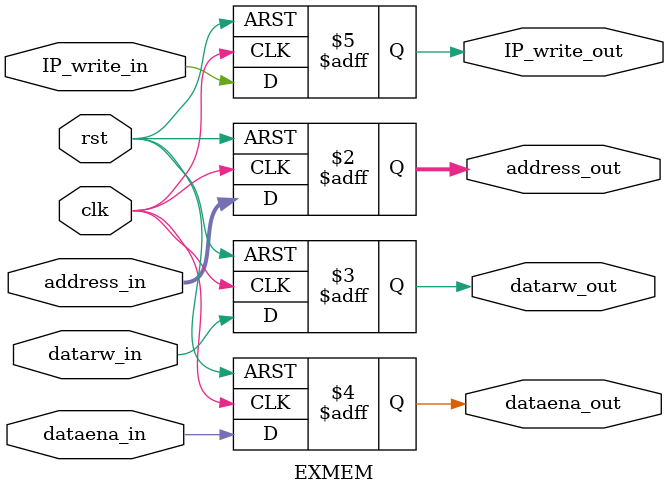
<source format=v>

`timescale 1ns/10ps
module EXMEM(//output
			datarw_out,
			dataena_out,
			address_out,
			IP_write_out,
			
			//input
			address_in,
			datarw_in,
			dataena_in,
			IP_write_in,
			clk,
			rst
			);

input [19:0] address_in;
input datarw_in;
input dataena_in;
input IP_write_in;
input clk;
input rst;

output reg  [19:0] 	address_out;
output reg 	datarw_out;
output reg	dataena_out;
output reg	IP_write_out;


always @ (posedge clk or posedge rst)
begin
	if (rst) begin
		datarw_out = 0;
		dataena_out = 0;
		address_out = 19'd0;
		IP_write_out = 0;
		end
		else begin
		datarw_out = datarw_in;
		dataena_out = dataena_in;
		address_out = address_in;
		IP_write_out = IP_write_in;
		end
	end


endmodule

</source>
